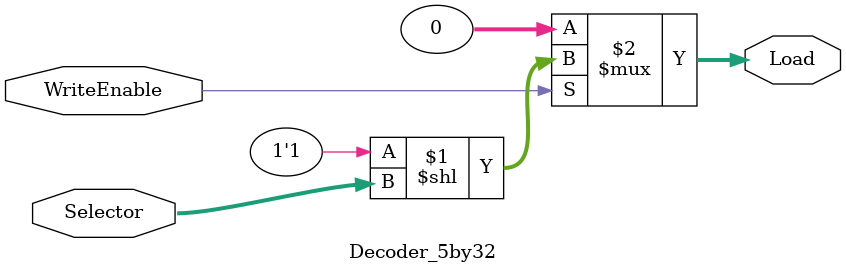
<source format=v>
module Decoder_5by32(input [4:0] Selector, input WriteEnable, output [31:0] Load);
    assign Load=WriteEnable?(1'b1<<Selector):0;
endmodule
</source>
